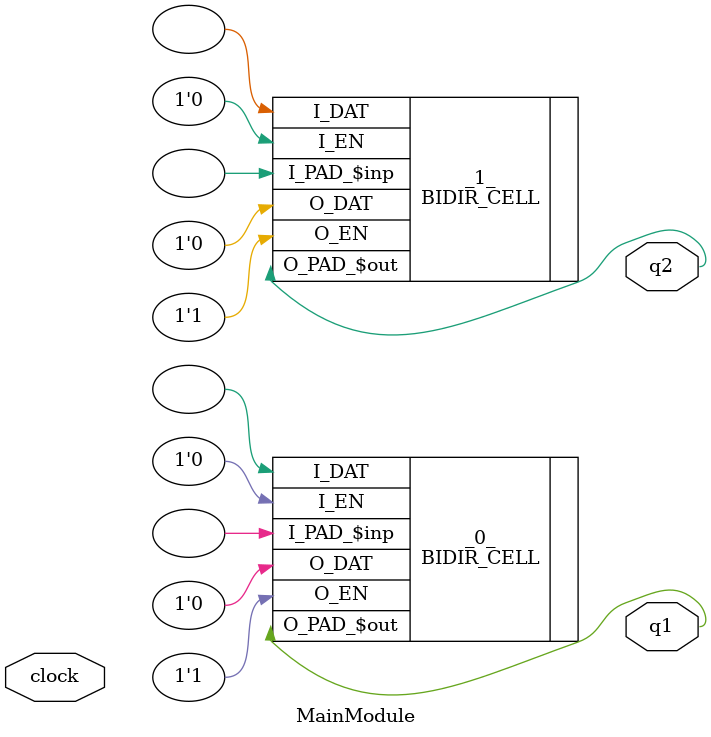
<source format=v>
/* Generated by Yosys 0.9+2406 (git sha1 ca763e6d5, gcc 10.2.1-6 -fPIC -Os) */

(* top =  1  *)
(* src = "/data/data/com.termux/files/home/fpga-examples/blink/fpga.v:17.1-38.10" *)
module MainModule(clock, q1, q2);
  (* src = "/data/data/com.termux/files/home/fpga-examples/blink/fpga.v:18.14-18.19" *)
  input clock;
  (* src = "/data/data/com.termux/files/home/fpga-examples/blink/fpga.v:19.15-19.17" *)
  output q1;
  (* src = "/data/data/com.termux/files/home/fpga-examples/blink/fpga.v:20.15-20.17" *)
  output q2;
  (* module_not_derived = 32'd1 *)
  (* src = "/data/data/com.termux/files/home/symbiflow/quicklogic-arch-defs/share/techmaps/quicklogic/pp3/techmap/cells_map.v:81.9-88.8" *)
  BIDIR_CELL #(
    .DS(1'h0),
    .ESEL(1'h1),
    .FIXHOLD(1'h0),
    .OSEL(1'h1),
    .WPD(1'h0)
  ) _0_ (
    .I_DAT(),
    .I_EN(1'h0),
    .\I_PAD_$inp (),
    .O_DAT(1'h0),
    .O_EN(1'h1),
    .\O_PAD_$out (q1)
  );
  (* module_not_derived = 32'd1 *)
  (* src = "/data/data/com.termux/files/home/symbiflow/quicklogic-arch-defs/share/techmaps/quicklogic/pp3/techmap/cells_map.v:81.9-88.8" *)
  BIDIR_CELL #(
    .DS(1'h0),
    .ESEL(1'h1),
    .FIXHOLD(1'h0),
    .OSEL(1'h1),
    .WPD(1'h0)
  ) _1_ (
    .I_DAT(),
    .I_EN(1'h0),
    .\I_PAD_$inp (),
    .O_DAT(1'h0),
    .O_EN(1'h1),
    .\O_PAD_$out (q2)
  );
endmodule

</source>
